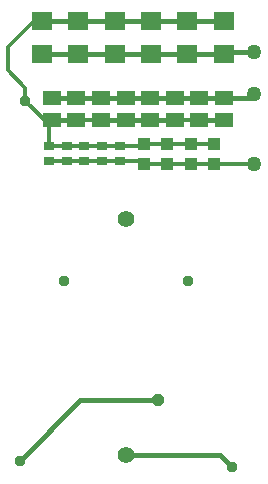
<source format=gbl>
G75*
%MOIN*%
%OFA0B0*%
%FSLAX24Y24*%
%IPPOS*%
%LPD*%
%AMOC8*
5,1,8,0,0,1.08239X$1,22.5*
%
%ADD10C,0.0500*%
%ADD11R,0.0591X0.0512*%
%ADD12R,0.0710X0.0630*%
%ADD13R,0.0709X0.0630*%
%ADD14C,0.0550*%
%ADD15R,0.0433X0.0394*%
%ADD16R,0.0354X0.0276*%
%ADD17C,0.0160*%
%ADD18OC8,0.0356*%
%ADD19C,0.0120*%
%ADD20OC8,0.0413*%
D10*
X009527Y011355D03*
X009527Y013668D03*
X009527Y015061D03*
D11*
X008527Y013542D03*
X008527Y012794D03*
X007708Y012794D03*
X007708Y013542D03*
X006889Y013542D03*
X006889Y012794D03*
X006070Y012794D03*
X006070Y013542D03*
X005251Y013542D03*
X005251Y012794D03*
X004432Y012794D03*
X004432Y013542D03*
X003613Y013542D03*
X003613Y012794D03*
X002802Y012794D03*
X002802Y013542D03*
D12*
X002464Y015002D03*
X002464Y016121D03*
X003676Y016121D03*
X003676Y015002D03*
X004889Y015002D03*
X004889Y016121D03*
D13*
X006102Y016113D03*
X006102Y015010D03*
X007314Y015010D03*
X007314Y016113D03*
X008527Y016113D03*
X008527Y015010D03*
D14*
X005259Y009522D03*
X005259Y001648D03*
D15*
X005850Y011353D03*
X005850Y012022D03*
X006637Y012022D03*
X006637Y011353D03*
X007424Y011353D03*
X007424Y012022D03*
X008212Y012022D03*
X008212Y011353D03*
D16*
X005062Y011432D03*
X005062Y011943D03*
X004472Y011943D03*
X004472Y011432D03*
X003881Y011432D03*
X003881Y011943D03*
X003291Y011943D03*
X003291Y011432D03*
X002700Y011432D03*
X002700Y011943D03*
D17*
X002802Y012794D02*
X003613Y012794D01*
X003613Y013542D02*
X002802Y013542D01*
X003613Y013542D02*
X004432Y013542D01*
X005251Y013542D01*
X006070Y013542D01*
X006889Y013542D01*
X007708Y013542D01*
X008527Y013542D01*
X009401Y013542D01*
X009527Y013668D01*
X009527Y015061D02*
X008606Y015061D01*
X008527Y015061D01*
X008527Y015010D02*
X007314Y015010D01*
X006102Y015010D01*
X002527Y015010D01*
X004889Y015002D01*
X003676Y015002D01*
X002464Y015002D01*
X002464Y016121D02*
X003676Y016121D01*
X004889Y016121D01*
X004518Y016121D01*
X006102Y016113D01*
X007314Y016113D01*
X008527Y016113D01*
X008527Y012794D02*
X007708Y012794D01*
X006889Y012794D02*
X005251Y012794D01*
X004777Y012794D01*
X004432Y012794D02*
X005251Y012794D01*
X006070Y012794D01*
X006889Y012794D01*
X006338Y003467D02*
X003732Y003467D01*
X001716Y001451D01*
X005259Y001648D02*
X008409Y001648D01*
X008802Y001254D01*
D18*
X001716Y001451D03*
X003192Y007455D03*
X001913Y013459D03*
X007326Y007455D03*
X008802Y001254D03*
D19*
X008212Y011353D02*
X007424Y011353D01*
X006637Y011353D01*
X005850Y011353D01*
X005850Y011432D01*
X005062Y011432D01*
X004472Y011432D01*
X003881Y011432D01*
X003291Y011432D01*
X002700Y011432D01*
X002700Y011943D02*
X003291Y011943D01*
X003881Y011943D01*
X004472Y011943D01*
X005062Y011943D01*
X005850Y011943D01*
X005850Y012022D01*
X006637Y012022D01*
X007424Y012022D01*
X008212Y012022D01*
X008212Y011353D02*
X009527Y011353D01*
X009527Y011355D01*
X007708Y012794D02*
X006889Y012794D01*
X008527Y015010D02*
X008554Y015010D01*
X008606Y015061D01*
X006102Y016113D02*
X002204Y016113D01*
X001338Y015247D01*
X001338Y014467D01*
X001913Y013892D01*
X001913Y013459D01*
X002700Y012672D01*
X002700Y011943D01*
X002700Y012672D02*
X002700Y012691D01*
X002802Y012794D01*
X003613Y012794D02*
X004432Y012794D01*
D20*
X006338Y003467D03*
M02*

</source>
